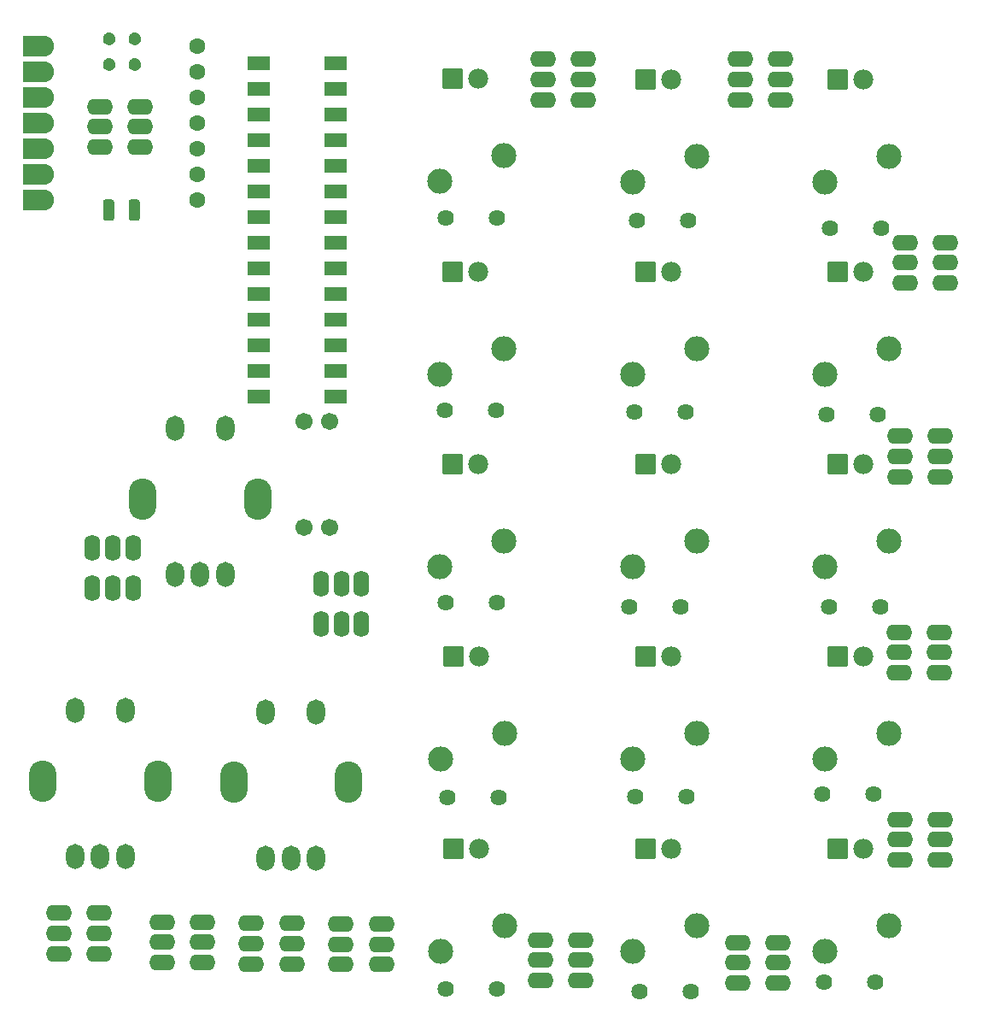
<source format=gts>
G04 Layer: TopSolderMaskLayer*
G04 EasyEDA v6.5.46, 2024-10-06 11:37:13*
G04 ab947d6f174c44c6bcda00e1859507e9,10*
G04 Gerber Generator version 0.2*
G04 Scale: 100 percent, Rotated: No, Reflected: No *
G04 Dimensions in millimeters *
G04 leading zeros omitted , absolute positions ,4 integer and 5 decimal *
%FSLAX45Y45*%
%MOMM*%

%AMMACRO1*4,1,8,-1.112,-0.6566,-1.1417,-0.6268,-1.1417,0.6268,-1.112,0.6566,1.112,0.6566,1.1417,0.6268,1.1417,-0.6268,1.112,-0.6566,-1.112,-0.6566,0*%
%AMMACRO2*4,1,8,-0.9311,-0.9906,-0.9906,-0.9311,-0.9906,0.9311,-0.9311,0.9906,0.9311,0.9906,0.9906,0.9311,0.9906,-0.9311,0.9311,-0.9906,-0.9311,-0.9906,0*%
%ADD10O,2.601595X1.6015970000000002*%
%ADD11O,1.6015970000000002X2.601595*%
%ADD12C,1.7016*%
%ADD13C,1.6256*%
%ADD14C,1.6015*%
%ADD15O,1.8015966X2.5015952*%
%ADD16O,2.7015948X4.101592*%
%ADD17MACRO1*%
%ADD18C,1.9812*%
%ADD19MACRO2*%
%ADD20C,2.4892*%
%ADD21C,0.0188*%

%LPD*%
G36*
X723900Y12649200D02*
G01*
X723900Y12446000D01*
X952500Y12446000D01*
X1003300Y12471400D01*
X1028700Y12522200D01*
X1028700Y12573000D01*
X1003300Y12623800D01*
X952500Y12649200D01*
G37*
G36*
X723900Y12395200D02*
G01*
X723900Y12192000D01*
X952500Y12192000D01*
X1003300Y12217400D01*
X1028700Y12268200D01*
X1028700Y12319000D01*
X1003300Y12369800D01*
X952500Y12395200D01*
G37*
G36*
X723900Y12141200D02*
G01*
X723900Y11938000D01*
X952500Y11938000D01*
X1003300Y11963400D01*
X1028700Y12014200D01*
X1028700Y12065000D01*
X1003300Y12115800D01*
X952500Y12141200D01*
G37*
G36*
X723900Y11887200D02*
G01*
X723900Y11684000D01*
X952500Y11684000D01*
X1003300Y11709400D01*
X1028700Y11760200D01*
X1028700Y11811000D01*
X1003300Y11861800D01*
X952500Y11887200D01*
G37*
G36*
X723900Y11633200D02*
G01*
X723900Y11430000D01*
X952500Y11430000D01*
X1003300Y11455400D01*
X1028700Y11506200D01*
X1028700Y11557000D01*
X1003300Y11607800D01*
X952500Y11633200D01*
G37*
G36*
X723900Y11379200D02*
G01*
X723900Y11176000D01*
X952500Y11176000D01*
X1003300Y11201400D01*
X1028700Y11252200D01*
X1028700Y11303000D01*
X1003300Y11353800D01*
X952500Y11379200D01*
G37*
G36*
X723900Y11125200D02*
G01*
X723900Y10922000D01*
X952500Y10922000D01*
X1003300Y10947400D01*
X1028700Y10998200D01*
X1028700Y11049000D01*
X1003300Y11099800D01*
X952500Y11125200D01*
G37*
D10*
G01*
X2984500Y3860800D03*
G01*
X2984500Y3660800D03*
G01*
X2984500Y3460800D03*
G01*
X3384499Y3860800D03*
G01*
X3384499Y3660800D03*
G01*
X3384499Y3460800D03*
G01*
X2501900Y3873500D03*
G01*
X2501900Y3673500D03*
G01*
X2501900Y3473500D03*
G01*
X2101900Y3873500D03*
G01*
X2101900Y3673500D03*
G01*
X2101900Y3473500D03*
G01*
X6248400Y3695700D03*
G01*
X6248400Y3495700D03*
G01*
X6248400Y3295700D03*
G01*
X5848400Y3695700D03*
G01*
X5848400Y3495700D03*
G01*
X5848400Y3295700D03*
G01*
X8204200Y3670300D03*
G01*
X8204200Y3470300D03*
G01*
X8204200Y3270300D03*
G01*
X7804200Y3670300D03*
G01*
X7804200Y3470300D03*
G01*
X7804200Y3270300D03*
G01*
X9817100Y4889500D03*
G01*
X9817100Y4689500D03*
G01*
X9817100Y4489500D03*
G01*
X9417100Y4889500D03*
G01*
X9417100Y4689500D03*
G01*
X9417100Y4489500D03*
G01*
X9804400Y6743700D03*
G01*
X9804400Y6543700D03*
G01*
X9804400Y6343700D03*
G01*
X9404400Y6743700D03*
G01*
X9404400Y6543700D03*
G01*
X9404400Y6343700D03*
G01*
X9817100Y8686800D03*
G01*
X9817100Y8486800D03*
G01*
X9817100Y8286800D03*
G01*
X9417100Y8686800D03*
G01*
X9417100Y8486800D03*
G01*
X9417100Y8286800D03*
G01*
X9867900Y10604500D03*
G01*
X9867900Y10404500D03*
G01*
X9867900Y10204500D03*
G01*
X9467900Y10604500D03*
G01*
X9467900Y10404500D03*
G01*
X9467900Y10204500D03*
G01*
X8229600Y12420600D03*
G01*
X8229600Y12220600D03*
G01*
X8229600Y12020600D03*
G01*
X7829600Y12420600D03*
G01*
X7829600Y12220600D03*
G01*
X7829600Y12020600D03*
G01*
X3873500Y3454400D03*
G01*
X3873500Y3654399D03*
G01*
X3873500Y3854399D03*
G01*
X4273499Y3454400D03*
G01*
X4273499Y3654399D03*
G01*
X4273499Y3854399D03*
G01*
X1473200Y3962400D03*
G01*
X1473200Y3762400D03*
G01*
X1473200Y3562400D03*
G01*
X1073200Y3962400D03*
G01*
X1073200Y3762400D03*
G01*
X1073200Y3562400D03*
D11*
G01*
X1409700Y7581900D03*
G01*
X1609699Y7581900D03*
G01*
X1809699Y7581900D03*
G01*
X1409700Y7181900D03*
G01*
X1609699Y7181900D03*
G01*
X1809699Y7181900D03*
D10*
G01*
X1879600Y11950700D03*
G01*
X1879600Y11750700D03*
G01*
X1879600Y11550700D03*
G01*
X1479600Y11950700D03*
G01*
X1479600Y11750700D03*
G01*
X1479600Y11550700D03*
G01*
X6273800Y12420600D03*
G01*
X6273800Y12220600D03*
G01*
X6273800Y12020600D03*
G01*
X5873800Y12420600D03*
G01*
X5873800Y12220600D03*
G01*
X5873800Y12020600D03*
D11*
G01*
X4076700Y7226300D03*
G01*
X3876700Y7226300D03*
G01*
X3676700Y7226300D03*
G01*
X4076700Y6826300D03*
G01*
X3876700Y6826300D03*
G01*
X3676700Y6826300D03*
D12*
G01*
X3505200Y8830792D03*
G01*
X3505200Y7780781D03*
G01*
X3759200Y8830792D03*
G01*
X3759200Y7780781D03*
D13*
G01*
X4914900Y3213100D03*
G01*
X5422900Y3213100D03*
G01*
X6832600Y3187700D03*
G01*
X7340600Y3187700D03*
G01*
X8661400Y3276600D03*
G01*
X9169400Y3276600D03*
G01*
X8648700Y5143500D03*
G01*
X9156700Y5143500D03*
G01*
X6794500Y5118100D03*
G01*
X7302500Y5118100D03*
G01*
X4927600Y5105400D03*
G01*
X5435600Y5105400D03*
G01*
X4914900Y7035800D03*
G01*
X5422900Y7035800D03*
G01*
X6731000Y6997700D03*
G01*
X7239000Y6997700D03*
G01*
X8712200Y6997700D03*
G01*
X9220200Y6997700D03*
G01*
X9194800Y8902700D03*
G01*
X8686800Y8902700D03*
G01*
X6781800Y8928100D03*
G01*
X7289800Y8928100D03*
G01*
X4902200Y8940800D03*
G01*
X5410200Y8940800D03*
G01*
X4914900Y10845800D03*
G01*
X5422900Y10845800D03*
G01*
X6807200Y10820400D03*
G01*
X7315200Y10820400D03*
G01*
X8724900Y10744200D03*
G01*
X9232900Y10744200D03*
G36*
X1574500Y12561577D02*
G01*
X1567616Y12561984D01*
X1566999Y12562060D01*
X1560217Y12563304D01*
X1559623Y12563452D01*
X1553019Y12565509D01*
X1552440Y12565727D01*
X1546141Y12568572D01*
X1545607Y12568854D01*
X1539714Y12572410D01*
X1539201Y12572763D01*
X1533766Y12577030D01*
X1533311Y12577434D01*
X1528434Y12582311D01*
X1528030Y12582766D01*
X1523763Y12588201D01*
X1523410Y12588714D01*
X1519854Y12594607D01*
X1519572Y12595141D01*
X1516727Y12601440D01*
X1516509Y12602019D01*
X1514452Y12608623D01*
X1514304Y12609217D01*
X1513060Y12615999D01*
X1512984Y12616616D01*
X1512577Y12623500D01*
X1512577Y12624099D01*
X1512984Y12630983D01*
X1513060Y12631597D01*
X1514304Y12638404D01*
X1514452Y12639006D01*
X1516509Y12645585D01*
X1516727Y12646159D01*
X1519572Y12652458D01*
X1519854Y12652992D01*
X1523410Y12658885D01*
X1523763Y12659398D01*
X1528030Y12664833D01*
X1528434Y12665288D01*
X1533311Y12670165D01*
X1533766Y12670569D01*
X1539201Y12674836D01*
X1539714Y12675189D01*
X1545607Y12678745D01*
X1546141Y12679027D01*
X1552440Y12681872D01*
X1553019Y12682090D01*
X1559623Y12684147D01*
X1560217Y12684295D01*
X1566999Y12685539D01*
X1567616Y12685615D01*
X1574500Y12686022D01*
X1575099Y12686022D01*
X1581983Y12685615D01*
X1582600Y12685539D01*
X1589382Y12684295D01*
X1589976Y12684147D01*
X1596580Y12682090D01*
X1597159Y12681872D01*
X1603458Y12679027D01*
X1603992Y12678745D01*
X1609885Y12675189D01*
X1610398Y12674836D01*
X1615833Y12670569D01*
X1616288Y12670165D01*
X1621165Y12665288D01*
X1621569Y12664833D01*
X1625836Y12659398D01*
X1626189Y12658885D01*
X1629745Y12652992D01*
X1630027Y12652458D01*
X1632872Y12646159D01*
X1633090Y12645585D01*
X1635147Y12639006D01*
X1635295Y12638404D01*
X1636539Y12631597D01*
X1636615Y12630983D01*
X1637022Y12624099D01*
X1637022Y12623500D01*
X1636615Y12616616D01*
X1636539Y12615999D01*
X1635295Y12609217D01*
X1635147Y12608623D01*
X1633090Y12602019D01*
X1632872Y12601440D01*
X1630027Y12595141D01*
X1629745Y12594607D01*
X1626189Y12588714D01*
X1625836Y12588201D01*
X1621569Y12582766D01*
X1621165Y12582311D01*
X1616288Y12577434D01*
X1615833Y12577030D01*
X1610398Y12572763D01*
X1609885Y12572410D01*
X1603992Y12568854D01*
X1603458Y12568572D01*
X1597159Y12565727D01*
X1596580Y12565509D01*
X1589976Y12563452D01*
X1589382Y12563304D01*
X1582600Y12562060D01*
X1581983Y12561984D01*
X1575099Y12561577D01*
G37*
G36*
X1574500Y12307577D02*
G01*
X1567616Y12307984D01*
X1566999Y12308060D01*
X1560217Y12309304D01*
X1559623Y12309452D01*
X1553019Y12311509D01*
X1552440Y12311727D01*
X1546141Y12314572D01*
X1545607Y12314854D01*
X1539714Y12318410D01*
X1539201Y12318763D01*
X1533766Y12323030D01*
X1533311Y12323434D01*
X1528434Y12328311D01*
X1528030Y12328766D01*
X1523763Y12334201D01*
X1523410Y12334714D01*
X1519854Y12340607D01*
X1519572Y12341141D01*
X1516727Y12347440D01*
X1516509Y12348019D01*
X1514452Y12354623D01*
X1514304Y12355217D01*
X1513060Y12361999D01*
X1512984Y12362616D01*
X1512577Y12369500D01*
X1512577Y12370099D01*
X1512984Y12376983D01*
X1513060Y12377597D01*
X1514304Y12384404D01*
X1514452Y12385006D01*
X1516509Y12391585D01*
X1516727Y12392159D01*
X1519572Y12398458D01*
X1519854Y12398992D01*
X1523410Y12404885D01*
X1523763Y12405398D01*
X1528030Y12410833D01*
X1528434Y12411288D01*
X1533311Y12416165D01*
X1533766Y12416569D01*
X1539201Y12420836D01*
X1539714Y12421189D01*
X1545607Y12424745D01*
X1546141Y12425027D01*
X1552440Y12427872D01*
X1553019Y12428090D01*
X1559623Y12430147D01*
X1560217Y12430295D01*
X1566999Y12431539D01*
X1567616Y12431615D01*
X1574500Y12432022D01*
X1575099Y12432022D01*
X1581983Y12431615D01*
X1582600Y12431539D01*
X1589382Y12430295D01*
X1589976Y12430147D01*
X1596580Y12428090D01*
X1597159Y12427872D01*
X1603458Y12425027D01*
X1603992Y12424745D01*
X1609885Y12421189D01*
X1610398Y12420836D01*
X1615833Y12416569D01*
X1616288Y12416165D01*
X1621165Y12411288D01*
X1621569Y12410833D01*
X1625836Y12405398D01*
X1626189Y12404885D01*
X1629745Y12398992D01*
X1630027Y12398458D01*
X1632872Y12392159D01*
X1633090Y12391585D01*
X1635147Y12385006D01*
X1635295Y12384404D01*
X1636539Y12377597D01*
X1636615Y12376983D01*
X1637022Y12370099D01*
X1637022Y12369500D01*
X1636615Y12362616D01*
X1636539Y12361999D01*
X1635295Y12355217D01*
X1635147Y12354623D01*
X1633090Y12348019D01*
X1632872Y12347440D01*
X1630027Y12341141D01*
X1629745Y12340607D01*
X1626189Y12334714D01*
X1625836Y12334201D01*
X1621569Y12328766D01*
X1621165Y12328311D01*
X1616288Y12323434D01*
X1615833Y12323030D01*
X1610398Y12318763D01*
X1609885Y12318410D01*
X1603992Y12314854D01*
X1603458Y12314572D01*
X1597159Y12311727D01*
X1596580Y12311509D01*
X1589976Y12309452D01*
X1589382Y12309304D01*
X1582600Y12308060D01*
X1581983Y12307984D01*
X1575099Y12307577D01*
G37*
G36*
X1828500Y12307577D02*
G01*
X1821616Y12307984D01*
X1820999Y12308060D01*
X1814217Y12309304D01*
X1813623Y12309452D01*
X1807019Y12311509D01*
X1806440Y12311727D01*
X1800141Y12314572D01*
X1799607Y12314854D01*
X1793714Y12318410D01*
X1793201Y12318763D01*
X1787766Y12323030D01*
X1787311Y12323434D01*
X1782434Y12328311D01*
X1782030Y12328766D01*
X1777763Y12334201D01*
X1777410Y12334714D01*
X1773854Y12340607D01*
X1773572Y12341141D01*
X1770727Y12347440D01*
X1770509Y12348019D01*
X1768452Y12354623D01*
X1768304Y12355217D01*
X1767060Y12361999D01*
X1766984Y12362616D01*
X1766577Y12369500D01*
X1766577Y12370099D01*
X1766984Y12376983D01*
X1767060Y12377597D01*
X1768304Y12384404D01*
X1768452Y12385006D01*
X1770509Y12391585D01*
X1770727Y12392159D01*
X1773572Y12398458D01*
X1773854Y12398992D01*
X1777410Y12404885D01*
X1777763Y12405398D01*
X1782030Y12410833D01*
X1782434Y12411288D01*
X1787311Y12416165D01*
X1787766Y12416569D01*
X1793201Y12420836D01*
X1793714Y12421189D01*
X1799607Y12424745D01*
X1800141Y12425027D01*
X1806440Y12427872D01*
X1807019Y12428090D01*
X1813623Y12430147D01*
X1814217Y12430295D01*
X1820999Y12431539D01*
X1821616Y12431615D01*
X1828500Y12432022D01*
X1829099Y12432022D01*
X1835983Y12431615D01*
X1836600Y12431539D01*
X1843382Y12430295D01*
X1843976Y12430147D01*
X1850580Y12428090D01*
X1851159Y12427872D01*
X1857458Y12425027D01*
X1857992Y12424745D01*
X1863885Y12421189D01*
X1864398Y12420836D01*
X1869833Y12416569D01*
X1870288Y12416165D01*
X1875165Y12411288D01*
X1875569Y12410833D01*
X1879836Y12405398D01*
X1880189Y12404885D01*
X1883745Y12398992D01*
X1884027Y12398458D01*
X1886872Y12392159D01*
X1887090Y12391585D01*
X1889147Y12385006D01*
X1889295Y12384404D01*
X1890539Y12377597D01*
X1890615Y12376983D01*
X1891022Y12370099D01*
X1891022Y12369500D01*
X1890615Y12362616D01*
X1890539Y12361999D01*
X1889295Y12355217D01*
X1889147Y12354623D01*
X1887090Y12348019D01*
X1886872Y12347440D01*
X1884027Y12341141D01*
X1883745Y12340607D01*
X1880189Y12334714D01*
X1879836Y12334201D01*
X1875569Y12328766D01*
X1875165Y12328311D01*
X1870288Y12323434D01*
X1869833Y12323030D01*
X1864398Y12318763D01*
X1863885Y12318410D01*
X1857992Y12314854D01*
X1857458Y12314572D01*
X1851159Y12311727D01*
X1850580Y12311509D01*
X1843976Y12309452D01*
X1843382Y12309304D01*
X1836600Y12308060D01*
X1835983Y12307984D01*
X1829099Y12307577D01*
G37*
G36*
X1828500Y12561577D02*
G01*
X1821616Y12561984D01*
X1820999Y12562060D01*
X1814217Y12563304D01*
X1813623Y12563452D01*
X1807019Y12565509D01*
X1806440Y12565727D01*
X1800141Y12568572D01*
X1799607Y12568854D01*
X1793714Y12572410D01*
X1793201Y12572763D01*
X1787766Y12577030D01*
X1787311Y12577434D01*
X1782434Y12582311D01*
X1782030Y12582766D01*
X1777763Y12588201D01*
X1777410Y12588714D01*
X1773854Y12594607D01*
X1773572Y12595141D01*
X1770727Y12601440D01*
X1770509Y12602019D01*
X1768452Y12608623D01*
X1768304Y12609217D01*
X1767060Y12615999D01*
X1766984Y12616616D01*
X1766577Y12623500D01*
X1766577Y12624099D01*
X1766984Y12630983D01*
X1767060Y12631597D01*
X1768304Y12638404D01*
X1768452Y12639006D01*
X1770509Y12645585D01*
X1770727Y12646159D01*
X1773572Y12652458D01*
X1773854Y12652992D01*
X1777410Y12658885D01*
X1777763Y12659398D01*
X1782030Y12664833D01*
X1782434Y12665288D01*
X1787311Y12670165D01*
X1787766Y12670569D01*
X1793201Y12674836D01*
X1793714Y12675189D01*
X1799607Y12678745D01*
X1800141Y12679027D01*
X1806440Y12681872D01*
X1807019Y12682090D01*
X1813623Y12684147D01*
X1814217Y12684295D01*
X1820999Y12685539D01*
X1821616Y12685615D01*
X1828500Y12686022D01*
X1829099Y12686022D01*
X1835983Y12685615D01*
X1836600Y12685539D01*
X1843382Y12684295D01*
X1843976Y12684147D01*
X1850580Y12682090D01*
X1851159Y12681872D01*
X1857458Y12679027D01*
X1857992Y12678745D01*
X1863885Y12675189D01*
X1864398Y12674836D01*
X1869833Y12670569D01*
X1870288Y12670165D01*
X1875165Y12665288D01*
X1875569Y12664833D01*
X1879836Y12659398D01*
X1880189Y12658885D01*
X1883745Y12652992D01*
X1884027Y12652458D01*
X1886872Y12646159D01*
X1887090Y12645585D01*
X1889147Y12639006D01*
X1889295Y12638404D01*
X1890539Y12631597D01*
X1890615Y12630983D01*
X1891022Y12624099D01*
X1891022Y12623500D01*
X1890615Y12616616D01*
X1890539Y12615999D01*
X1889295Y12609217D01*
X1889147Y12608623D01*
X1887090Y12602019D01*
X1886872Y12601440D01*
X1884027Y12595141D01*
X1883745Y12594607D01*
X1880189Y12588714D01*
X1879836Y12588201D01*
X1875569Y12582766D01*
X1875165Y12582311D01*
X1870288Y12577434D01*
X1869833Y12577030D01*
X1864398Y12572763D01*
X1863885Y12572410D01*
X1857992Y12568854D01*
X1857458Y12568572D01*
X1851159Y12565727D01*
X1850580Y12565509D01*
X1843976Y12563452D01*
X1843382Y12563304D01*
X1836600Y12562060D01*
X1835983Y12561984D01*
X1829099Y12561577D01*
G37*
G36*
X1797050Y10820400D02*
G01*
X1796755Y10820407D01*
X1793681Y10820585D01*
X1793044Y10820664D01*
X1790047Y10821222D01*
X1789473Y10821365D01*
X1786526Y10822279D01*
X1785929Y10822505D01*
X1783135Y10823775D01*
X1782620Y10824047D01*
X1780004Y10825622D01*
X1779475Y10825987D01*
X1777062Y10827893D01*
X1776638Y10828268D01*
X1774454Y10830427D01*
X1774017Y10830918D01*
X1772137Y10833331D01*
X1771792Y10833834D01*
X1770217Y10836450D01*
X1769945Y10836965D01*
X1768675Y10839759D01*
X1768449Y10840356D01*
X1767535Y10843303D01*
X1767390Y10843884D01*
X1766831Y10846907D01*
X1766755Y10847537D01*
X1766577Y10850585D01*
X1766570Y10850879D01*
X1766570Y11003279D01*
X1766577Y11003574D01*
X1766755Y11006648D01*
X1766834Y11007285D01*
X1767392Y11010282D01*
X1767535Y11010856D01*
X1768449Y11013803D01*
X1768675Y11014400D01*
X1769945Y11017194D01*
X1770217Y11017709D01*
X1771792Y11020325D01*
X1772137Y11020828D01*
X1774017Y11023241D01*
X1774433Y11023711D01*
X1776618Y11025896D01*
X1777088Y11026312D01*
X1779501Y11028192D01*
X1779971Y11028517D01*
X1782587Y11030117D01*
X1783171Y11030424D01*
X1785965Y11031669D01*
X1786526Y11031880D01*
X1789473Y11032794D01*
X1790047Y11032937D01*
X1793044Y11033495D01*
X1793681Y11033574D01*
X1796755Y11033752D01*
X1797050Y11033760D01*
X1847850Y11033760D01*
X1848144Y11033752D01*
X1851218Y11033574D01*
X1851855Y11033495D01*
X1854852Y11032937D01*
X1855426Y11032794D01*
X1858373Y11031880D01*
X1858934Y11031669D01*
X1861728Y11030424D01*
X1862312Y11030117D01*
X1864928Y11028517D01*
X1865398Y11028192D01*
X1867811Y11026312D01*
X1868302Y11025875D01*
X1870461Y11023691D01*
X1870837Y11023267D01*
X1872742Y11020854D01*
X1873107Y11020325D01*
X1874682Y11017709D01*
X1874954Y11017194D01*
X1876224Y11014400D01*
X1876450Y11013803D01*
X1877364Y11010856D01*
X1877507Y11010282D01*
X1878065Y11007285D01*
X1878144Y11006648D01*
X1878322Y11003574D01*
X1878329Y11003279D01*
X1878329Y10850879D01*
X1878322Y10850585D01*
X1878144Y10847537D01*
X1878068Y10846907D01*
X1877509Y10843884D01*
X1877364Y10843303D01*
X1876450Y10840356D01*
X1876224Y10839759D01*
X1874954Y10836965D01*
X1874682Y10836450D01*
X1873107Y10833834D01*
X1872742Y10833305D01*
X1870837Y10830892D01*
X1870440Y10830448D01*
X1868281Y10828289D01*
X1867837Y10827893D01*
X1865424Y10825987D01*
X1864895Y10825622D01*
X1862279Y10824047D01*
X1861764Y10823775D01*
X1858970Y10822505D01*
X1858373Y10822279D01*
X1855426Y10821365D01*
X1854852Y10821222D01*
X1851855Y10820664D01*
X1851218Y10820585D01*
X1848144Y10820407D01*
X1847850Y10820400D01*
G37*
G36*
X1543050Y10820400D02*
G01*
X1542755Y10820407D01*
X1539681Y10820585D01*
X1539044Y10820664D01*
X1536047Y10821222D01*
X1535473Y10821365D01*
X1532526Y10822279D01*
X1531929Y10822505D01*
X1529135Y10823775D01*
X1528620Y10824047D01*
X1526004Y10825622D01*
X1525475Y10825987D01*
X1523062Y10827893D01*
X1522618Y10828289D01*
X1520459Y10830448D01*
X1520062Y10830892D01*
X1518157Y10833305D01*
X1517792Y10833834D01*
X1516217Y10836450D01*
X1515945Y10836965D01*
X1514675Y10839759D01*
X1514449Y10840356D01*
X1513535Y10843303D01*
X1513390Y10843884D01*
X1512831Y10846907D01*
X1512755Y10847537D01*
X1512577Y10850585D01*
X1512570Y10850879D01*
X1512570Y11003279D01*
X1512577Y11003574D01*
X1512755Y11006648D01*
X1512834Y11007285D01*
X1513392Y11010282D01*
X1513535Y11010856D01*
X1514449Y11013803D01*
X1514675Y11014400D01*
X1515945Y11017194D01*
X1516217Y11017709D01*
X1517792Y11020325D01*
X1518157Y11020854D01*
X1520062Y11023267D01*
X1520438Y11023691D01*
X1522597Y11025875D01*
X1523088Y11026312D01*
X1525501Y11028192D01*
X1525971Y11028517D01*
X1528587Y11030117D01*
X1529171Y11030424D01*
X1531965Y11031669D01*
X1532526Y11031880D01*
X1535473Y11032794D01*
X1536047Y11032937D01*
X1539044Y11033495D01*
X1539681Y11033574D01*
X1542755Y11033752D01*
X1543050Y11033760D01*
X1593850Y11033760D01*
X1594144Y11033752D01*
X1597218Y11033574D01*
X1597855Y11033495D01*
X1600852Y11032937D01*
X1601426Y11032794D01*
X1604373Y11031880D01*
X1604934Y11031669D01*
X1607728Y11030424D01*
X1608312Y11030117D01*
X1610928Y11028517D01*
X1611398Y11028192D01*
X1613811Y11026312D01*
X1614281Y11025896D01*
X1616466Y11023711D01*
X1616882Y11023241D01*
X1618762Y11020828D01*
X1619107Y11020325D01*
X1620682Y11017709D01*
X1620954Y11017194D01*
X1622224Y11014400D01*
X1622450Y11013803D01*
X1623364Y11010856D01*
X1623507Y11010282D01*
X1624065Y11007285D01*
X1624144Y11006648D01*
X1624322Y11003574D01*
X1624329Y11003279D01*
X1624329Y10850879D01*
X1624322Y10850585D01*
X1624144Y10847537D01*
X1624068Y10846907D01*
X1623509Y10843884D01*
X1623364Y10843303D01*
X1622450Y10840356D01*
X1622224Y10839759D01*
X1620954Y10836965D01*
X1620682Y10836450D01*
X1619107Y10833834D01*
X1618762Y10833331D01*
X1616882Y10830918D01*
X1616445Y10830427D01*
X1614261Y10828268D01*
X1613837Y10827893D01*
X1611424Y10825987D01*
X1610895Y10825622D01*
X1608279Y10824047D01*
X1607764Y10823775D01*
X1604970Y10822505D01*
X1604373Y10822279D01*
X1601426Y10821365D01*
X1600852Y10821222D01*
X1597855Y10820664D01*
X1597218Y10820585D01*
X1594144Y10820407D01*
X1593850Y10820400D01*
G37*
D14*
G01*
X927100Y12547600D03*
G01*
X2451100Y11277600D03*
G01*
X2451100Y11531600D03*
G01*
X2451100Y11785600D03*
G01*
X2451100Y12039600D03*
G01*
X2451100Y12293600D03*
G01*
X2451100Y12547600D03*
G01*
X2451100Y11023600D03*
G01*
X927100Y12293600D03*
G01*
X927100Y12039600D03*
G01*
X927100Y11785600D03*
G01*
X927100Y11531600D03*
G01*
X927100Y11277600D03*
G01*
X927100Y11023600D03*
D15*
G01*
X3128213Y5957392D03*
G01*
X3628212Y5957392D03*
G01*
X3128213Y4507407D03*
G01*
X3378200Y4507407D03*
G01*
X3628212Y4507407D03*
D16*
G01*
X2808198Y5257393D03*
G01*
X3948201Y5257393D03*
D15*
G01*
X1235913Y5970092D03*
G01*
X1735912Y5970092D03*
G01*
X1235913Y4520107D03*
G01*
X1485900Y4520107D03*
G01*
X1735912Y4520107D03*
D16*
G01*
X915898Y5270093D03*
G01*
X2055901Y5270093D03*
D17*
G01*
X3060700Y12382500D03*
G01*
X3060700Y12128500D03*
G01*
X3060700Y11874500D03*
G01*
X3060700Y11620500D03*
G01*
X3060700Y11366500D03*
G01*
X3060700Y11112500D03*
G01*
X3060700Y10858500D03*
G01*
X3060700Y10604500D03*
G01*
X3060700Y10350500D03*
G01*
X3060700Y10096500D03*
G01*
X3060700Y9842500D03*
G01*
X3060700Y9588500D03*
G01*
X3060700Y9334500D03*
G01*
X3060700Y9080500D03*
G01*
X3822700Y9080500D03*
G01*
X3822700Y9334500D03*
G01*
X3822700Y9588500D03*
G01*
X3822700Y9842500D03*
G01*
X3822700Y10096500D03*
G01*
X3822700Y10350500D03*
G01*
X3822700Y10604500D03*
G01*
X3822700Y10858500D03*
G01*
X3822700Y11112500D03*
G01*
X3822700Y11366500D03*
G01*
X3822700Y11620500D03*
G01*
X3822700Y11874500D03*
G01*
X3822700Y12128500D03*
G01*
X3822700Y12382500D03*
D15*
G01*
X2226513Y8764092D03*
G01*
X2726512Y8764092D03*
G01*
X2226513Y7314107D03*
G01*
X2476500Y7314107D03*
G01*
X2726512Y7314107D03*
D16*
G01*
X1906498Y8064093D03*
G01*
X3046501Y8064093D03*
D18*
G01*
X5232400Y12230100D03*
D19*
G01*
X4978400Y12230100D03*
D20*
G01*
X5486400Y11468100D03*
G01*
X4851400Y11214100D03*
D18*
G01*
X7150100Y12217400D03*
D19*
G01*
X6896100Y12217400D03*
D20*
G01*
X7404100Y11455400D03*
G01*
X6769100Y11201400D03*
D18*
G01*
X9055100Y10312400D03*
D19*
G01*
X8801100Y10312400D03*
D20*
G01*
X9309100Y9550400D03*
G01*
X8674100Y9296400D03*
D18*
G01*
X9055100Y12217400D03*
D19*
G01*
X8801100Y12217400D03*
D20*
G01*
X9309100Y11455400D03*
G01*
X8674100Y11201400D03*
D18*
G01*
X7150100Y10312400D03*
D19*
G01*
X6896100Y10312400D03*
D20*
G01*
X7404100Y9550400D03*
G01*
X6769100Y9296400D03*
D18*
G01*
X5232400Y10312400D03*
D19*
G01*
X4978400Y10312400D03*
D20*
G01*
X5486400Y9550400D03*
G01*
X4851400Y9296400D03*
D18*
G01*
X9055100Y8407400D03*
D19*
G01*
X8801100Y8407400D03*
D20*
G01*
X9309100Y7645400D03*
G01*
X8674100Y7391400D03*
D18*
G01*
X7150100Y8407400D03*
D19*
G01*
X6896100Y8407400D03*
D20*
G01*
X7404100Y7645400D03*
G01*
X6769100Y7391400D03*
D18*
G01*
X5232400Y8407400D03*
D19*
G01*
X4978400Y8407400D03*
D20*
G01*
X5486400Y7645400D03*
G01*
X4851400Y7391400D03*
D18*
G01*
X9055100Y6502400D03*
D19*
G01*
X8801100Y6502400D03*
D20*
G01*
X9309100Y5740400D03*
G01*
X8674100Y5486400D03*
D18*
G01*
X7150100Y6502400D03*
D19*
G01*
X6896100Y6502400D03*
D20*
G01*
X7404100Y5740400D03*
G01*
X6769100Y5486400D03*
D18*
G01*
X5245100Y6502400D03*
D19*
G01*
X4991100Y6502400D03*
D20*
G01*
X5499100Y5740400D03*
G01*
X4864100Y5486400D03*
D18*
G01*
X5245100Y4597400D03*
D19*
G01*
X4991100Y4597400D03*
D20*
G01*
X5499100Y3835400D03*
G01*
X4864100Y3581400D03*
D18*
G01*
X7150100Y4597400D03*
D19*
G01*
X6896100Y4597400D03*
D20*
G01*
X7404100Y3835400D03*
G01*
X6769100Y3581400D03*
D18*
G01*
X9055100Y4597400D03*
D19*
G01*
X8801100Y4597400D03*
D20*
G01*
X9309100Y3835400D03*
G01*
X8674100Y3581400D03*
M02*

</source>
